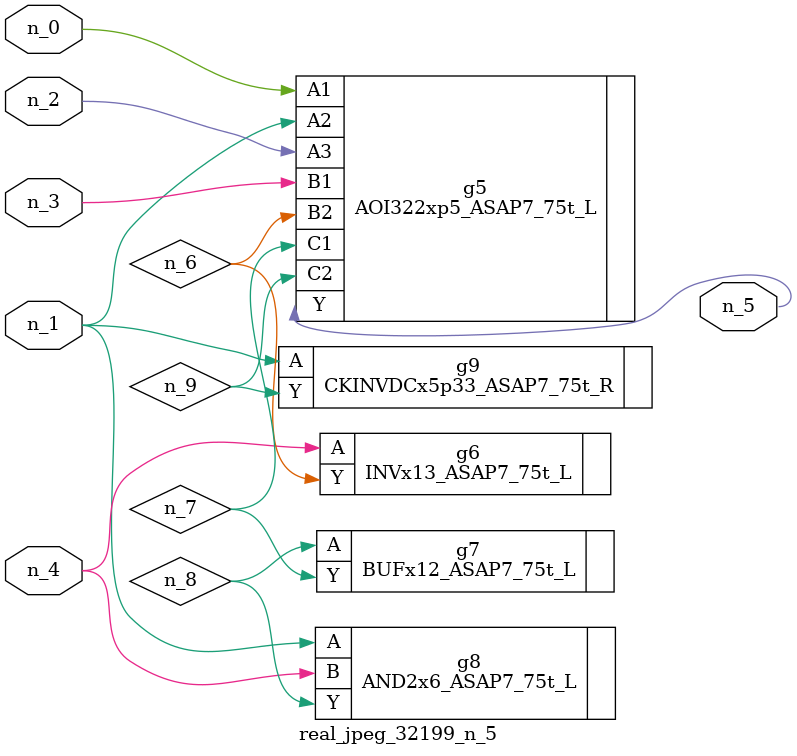
<source format=v>
module real_jpeg_32199_n_5 (n_4, n_0, n_1, n_2, n_3, n_5);

input n_4;
input n_0;
input n_1;
input n_2;
input n_3;

output n_5;

wire n_8;
wire n_6;
wire n_7;
wire n_9;

AOI322xp5_ASAP7_75t_L g5 ( 
.A1(n_0),
.A2(n_1),
.A3(n_2),
.B1(n_3),
.B2(n_6),
.C1(n_7),
.C2(n_9),
.Y(n_5)
);

AND2x6_ASAP7_75t_L g8 ( 
.A(n_1),
.B(n_4),
.Y(n_8)
);

CKINVDCx5p33_ASAP7_75t_R g9 ( 
.A(n_1),
.Y(n_9)
);

INVx13_ASAP7_75t_L g6 ( 
.A(n_4),
.Y(n_6)
);

BUFx12_ASAP7_75t_L g7 ( 
.A(n_8),
.Y(n_7)
);


endmodule
</source>
